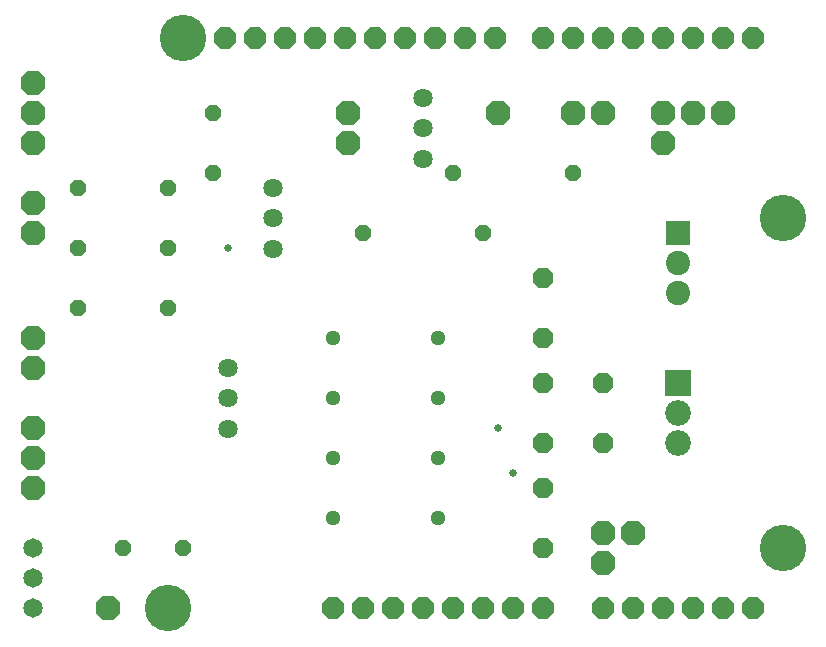
<source format=gbr>
G04 EAGLE Gerber RS-274X export*
G75*
%MOMM*%
%FSLAX34Y34*%
%LPD*%
%INSoldermask Bottom*%
%IPPOS*%
%AMOC8*
5,1,8,0,0,1.08239X$1,22.5*%
G01*
%ADD10C,3.937000*%
%ADD11P,2.226909X8X22.500000*%
%ADD12P,1.869504X8X112.500000*%
%ADD13P,1.869504X8X292.500000*%
%ADD14C,1.651000*%
%ADD15C,1.627000*%
%ADD16P,1.457113X8X22.500000*%
%ADD17R,2.062000X2.062000*%
%ADD18C,2.062000*%
%ADD19R,2.182000X2.182000*%
%ADD20C,2.182000*%
%ADD21C,1.297000*%
%ADD22P,1.951982X8X22.500000*%
%ADD23P,1.457113X8X112.500000*%
%ADD24P,1.457113X8X202.500000*%
%ADD25C,0.652000*%


D10*
X-660400Y520700D03*
X-152400Y368300D03*
X-152400Y88900D03*
X-673100Y38100D03*
D11*
X-787400Y165100D03*
X-787400Y139700D03*
X-787400Y190500D03*
X-787400Y457200D03*
X-787400Y431800D03*
X-787400Y482600D03*
X-254000Y457200D03*
X-254000Y431800D03*
X-520700Y457200D03*
X-520700Y431800D03*
D12*
X-355600Y177800D03*
X-355600Y228600D03*
X-304800Y177800D03*
X-304800Y228600D03*
D13*
X-355600Y317500D03*
X-355600Y266700D03*
D12*
X-355600Y88900D03*
X-355600Y139700D03*
D11*
X-393700Y457200D03*
D14*
X-787400Y38100D03*
X-787400Y63500D03*
X-787400Y88900D03*
D11*
X-228600Y457200D03*
D15*
X-622300Y241900D03*
X-622300Y215900D03*
X-622300Y189900D03*
X-584200Y342300D03*
X-584200Y368300D03*
X-584200Y394300D03*
D16*
X-749300Y292100D03*
X-673100Y292100D03*
X-749300Y342900D03*
X-673100Y342900D03*
X-749300Y393700D03*
X-673100Y393700D03*
D17*
X-241300Y355600D03*
D18*
X-241300Y330200D03*
X-241300Y304800D03*
D19*
X-241300Y228600D03*
D20*
X-241300Y203250D03*
X-241300Y177900D03*
D21*
X-533400Y114300D03*
X-533400Y165100D03*
X-533400Y215900D03*
X-533400Y266700D03*
X-444500Y114300D03*
X-444500Y165100D03*
X-444500Y215900D03*
X-444500Y266700D03*
D11*
X-787400Y355600D03*
X-787400Y381000D03*
X-279400Y101600D03*
X-304800Y101600D03*
D22*
X-279400Y520700D03*
X-304800Y38100D03*
X-254000Y520700D03*
X-228600Y520700D03*
X-203200Y520700D03*
X-177800Y520700D03*
X-304800Y520700D03*
X-330200Y520700D03*
X-355600Y520700D03*
X-396240Y520700D03*
X-421640Y520700D03*
X-447040Y520700D03*
X-472440Y520700D03*
X-497840Y520700D03*
X-523240Y520700D03*
X-548640Y520700D03*
X-574040Y520700D03*
X-279400Y38100D03*
X-254000Y38100D03*
X-228600Y38100D03*
X-203200Y38100D03*
X-177800Y38100D03*
X-355600Y38100D03*
X-381000Y38100D03*
X-406400Y38100D03*
X-431800Y38100D03*
X-457200Y38100D03*
X-482600Y38100D03*
X-599440Y520700D03*
X-624840Y520700D03*
X-508000Y38100D03*
X-533400Y38100D03*
D11*
X-787400Y266700D03*
X-330200Y457200D03*
X-787400Y241300D03*
X-304800Y76200D03*
D23*
X-635000Y406400D03*
X-635000Y457200D03*
D16*
X-508000Y355600D03*
X-406400Y355600D03*
X-431800Y406400D03*
X-330200Y406400D03*
D24*
X-660400Y88900D03*
X-711200Y88900D03*
D15*
X-457200Y418500D03*
X-457200Y444500D03*
X-457200Y470500D03*
D11*
X-304800Y457200D03*
X-203200Y457200D03*
X-723900Y38100D03*
D25*
X-622300Y342900D03*
X-393700Y190500D03*
X-381000Y152400D03*
M02*

</source>
